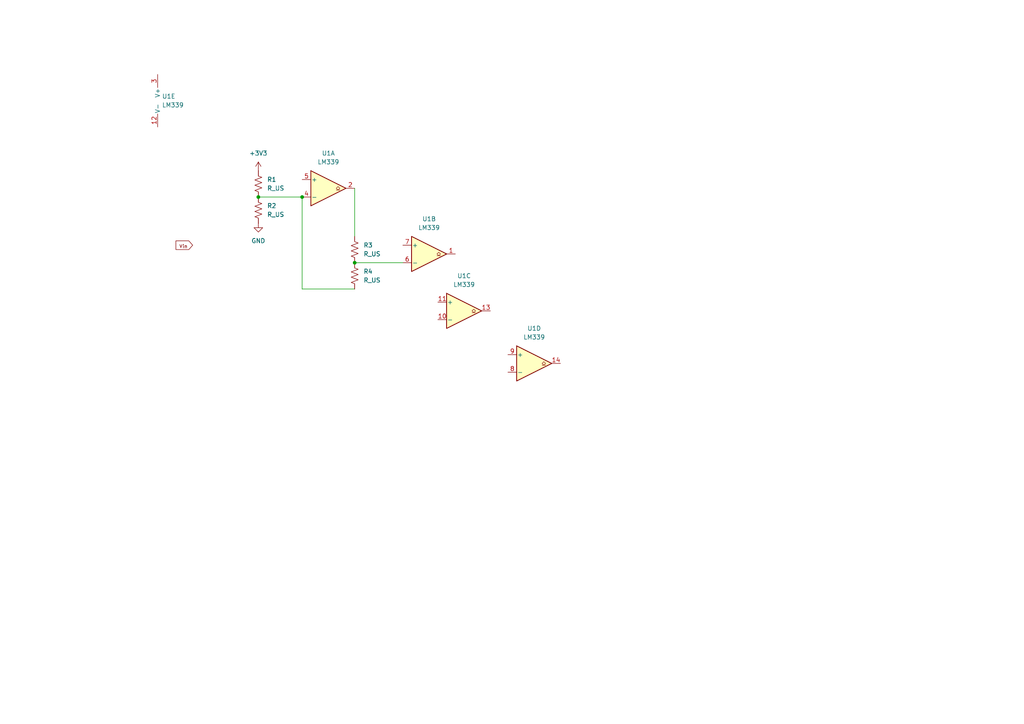
<source format=kicad_sch>
(kicad_sch (version 20250114) (generator "eeschema") (generator_version "9.0")
  (paper "A4")
  (lib_symbols
    (symbol "Comparator:LM339" (pin_names (offset 0.127))
      (property "Reference" "U" (at 0 5.08 0))
      (property "Value" "LM339" (at 0 -5.08 0))
      (symbol "LM339_1_1"
        (polyline (pts (xy -5.08 5.08) (xy 5.08 0) (xy -5.08 -5.08) (xy -5.08 5.08)) (stroke (width 0.254)) (fill (type background)))
        (polyline (pts (xy 3.302 -0.508) (xy 2.794 -0.508) (xy 3.302 0) (xy 2.794 0.508) (xy 2.286 0) (xy 2.794 -0.508) (xy 2.286 -0.508)) (stroke (width 0.127)))
        (pin input line (at -7.62 2.54 0) (length 2.54) (name "+") (number "5"))
        (pin input line (at -7.62 -2.54 0) (length 2.54) (name "-") (number "4"))
        (pin open_collector line (at 7.62 0 180) (length 2.54) (name "~") (number "2"))
      )
      (symbol "LM339_2_1"
        (polyline (pts (xy -5.08 5.08) (xy 5.08 0) (xy -5.08 -5.08) (xy -5.08 5.08)) (stroke (width 0.254)) (fill (type background)))
        (polyline (pts (xy 3.302 -0.508) (xy 2.794 -0.508) (xy 3.302 0) (xy 2.794 0.508) (xy 2.286 0) (xy 2.794 -0.508) (xy 2.286 -0.508)) (stroke (width 0.127)))
        (pin input line (at -7.62 2.54 0) (length 2.54) (name "+") (number "7"))
        (pin input line (at -7.62 -2.54 0) (length 2.54) (name "-") (number "6"))
        (pin open_collector line (at 7.62 0 180) (length 2.54) (name "~") (number "1"))
      )
      (symbol "LM339_3_1"
        (polyline (pts (xy -5.08 5.08) (xy 5.08 0) (xy -5.08 -5.08) (xy -5.08 5.08)) (stroke (width 0.254)) (fill (type background)))
        (polyline (pts (xy 3.302 -0.508) (xy 2.794 -0.508) (xy 3.302 0) (xy 2.794 0.508) (xy 2.286 0) (xy 2.794 -0.508) (xy 2.286 -0.508)) (stroke (width 0.127)))
        (pin input line (at -7.62 2.54 0) (length 2.54) (name "+") (number "11"))
        (pin input line (at -7.62 -2.54 0) (length 2.54) (name "-") (number "10"))
        (pin open_collector line (at 7.62 0 180) (length 2.54) (name "~") (number "13"))
      )
      (symbol "LM339_4_1"
        (polyline (pts (xy -5.08 5.08) (xy 5.08 0) (xy -5.08 -5.08) (xy -5.08 5.08)) (stroke (width 0.254)) (fill (type background)))
        (polyline (pts (xy 3.302 -0.508) (xy 2.794 -0.508) (xy 3.302 0) (xy 2.794 0.508) (xy 2.286 0) (xy 2.794 -0.508) (xy 2.286 -0.508)) (stroke (width 0.127)))
        (pin input line (at -7.62 2.54 0) (length 2.54) (name "+") (number "9"))
        (pin input line (at -7.62 -2.54 0) (length 2.54) (name "-") (number "8"))
        (pin open_collector line (at 7.62 0 180) (length 2.54) (name "~") (number "14"))
      )
      (symbol "LM339_5_1"
        (pin power_in line (at -2.54 7.62 270) (length 3.81) (name "V+") (number "3"))
        (pin power_in line (at -2.54 -7.62 90) (length 3.81) (name "V-") (number "12"))
      )
    )
    (symbol "Device:R_US" (pin_numbers (hide yes)) (pin_names (offset 0))
      (property "Reference" "R" (at 2.54 0 90))
      (property "Value" "R_US" (at -2.54 0 90))
      (symbol "R_US_0_1"
        (polyline (pts (xy 0 2.286) (xy 0 2.54)))
        (polyline (pts (xy 0 2.286) (xy 1.016 1.905) (xy 0 1.524) (xy -1.016 1.143) (xy 0 0.762)))
        (polyline (pts (xy 0 0.762) (xy 1.016 0.381) (xy 0 0) (xy -1.016 -0.381) (xy 0 -0.762)))
        (polyline (pts (xy 0 -0.762) (xy 1.016 -1.143) (xy 0 -1.524) (xy -1.016 -1.905) (xy 0 -2.286)))
        (polyline (pts (xy 0 -2.286) (xy 0 -2.54)))
      )
      (symbol "R_US_1_1"
        (pin passive line (at 0 3.81 270) (length 1.27) (name "~") (number "1"))
        (pin passive line (at 0 -3.81 90) (length 1.27) (name "~") (number "2"))
      )
    )
    (symbol "power:+3V3" (power) (pin_numbers (hide yes)) (pin_names (offset 0) (hide yes))
      (property "Value" "+3V3" (at 0 3.556 0))
      (symbol "+3V3_0_1"
        (polyline (pts (xy -0.762 1.27) (xy 0 2.54)))
        (polyline (pts (xy 0 2.54) (xy 0.762 1.27)))
        (polyline (pts (xy 0 0) (xy 0 2.54)))
      )
      (symbol "+3V3_1_1"
        (pin power_in line (at 0 0 90) (length 0) (name "~") (number "1"))
      )
    )
    (symbol "power:GND" (power) (pin_numbers (hide yes)) (pin_names (offset 0) (hide yes))
      (property "Value" "GND" (at 0 -3.81 0))
      (symbol "GND_0_1"
        (polyline (pts (xy 0 0) (xy 0 -1.27) (xy 1.27 -1.27) (xy 0 -2.54) (xy -1.27 -1.27) (xy 0 -1.27)))
      )
      (symbol "GND_1_1"
        (pin power_in line (at 0 0 270) (length 0) (name "~") (number "1"))
      )
    )
  )
  (junction (at 102.87 76.2))
  (junction (at 74.93 57.15))
  (junction (at 87.63 57.15))
  (wire (pts (xy 74.93 57.15) (xy 87.63 57.15)))
  (wire (pts (xy 87.63 83.82) (xy 102.87 83.82)))
  (wire (pts (xy 87.63 57.15) (xy 87.63 83.82)))
  (wire (pts (xy 102.87 54.61) (xy 102.87 68.58)))
  (wire (pts (xy 102.87 76.2) (xy 116.84 76.2)))
  (global_label "v_{in}" (shape input) (at 55.88 71.12 180) (property "Intersheetrefs" "${INTERSHEET_REFS}" (effects (hide yes))))
  (symbol (lib_id "Comparator:LM339") (at 124.46 73.66 0) (unit 2)
    (property "Reference" "U1" (at 124.46 63.5 0))
    (property "Value" "LM339" (at 124.46 66.04 0))
    (property "Datasheet" "https://www.st.com/resource/en/datasheet/lm139.pdf" (effects (hide yes)))
    (property "Description" "Quad Differential Comparators, SOIC-14/TSSOP-14" (effects (hide yes)))
  )
  (symbol (lib_id "Device:R_US") (at 74.93 53.34 0) (unit 1)
    (property "Reference" "R1" (at 77.47 52.0699 0) (effects (justify left)))
    (property "Value" "R_US" (at 77.47 54.6099 0) (effects (justify left)))
    (property "Description" "Resistor, US symbol" (effects (hide yes)))
  )
  (symbol (lib_id "Comparator:LM339") (at 154.94 105.41 0) (unit 4)
    (property "Reference" "U1" (at 154.94 95.25 0))
    (property "Value" "LM339" (at 154.94 97.79 0))
    (property "Datasheet" "https://www.st.com/resource/en/datasheet/lm139.pdf" (effects (hide yes)))
    (property "Description" "Quad Differential Comparators, SOIC-14/TSSOP-14" (effects (hide yes)))
  )
  (symbol (lib_id "Comparator:LM339") (at 134.62 90.17 0) (unit 3)
    (property "Reference" "U1" (at 134.62 80.01 0))
    (property "Value" "LM339" (at 134.62 82.55 0))
    (property "Datasheet" "https://www.st.com/resource/en/datasheet/lm139.pdf" (effects (hide yes)))
    (property "Description" "Quad Differential Comparators, SOIC-14/TSSOP-14" (effects (hide yes)))
  )
  (symbol (lib_id "Comparator:LM339") (at 48.26 29.21 0) (unit 5)
    (property "Reference" "U1" (at 46.99 27.9399 0) (effects (justify left)))
    (property "Value" "LM339" (at 46.99 30.4799 0) (effects (justify left)))
    (property "Datasheet" "https://www.st.com/resource/en/datasheet/lm139.pdf" (effects (hide yes)))
    (property "Description" "Quad Differential Comparators, SOIC-14/TSSOP-14" (effects (hide yes)))
  )
  (symbol (lib_id "power:+3V3") (at 74.93 49.53 0) (unit 1)
    (property "Reference" "#PWR02" (effects (hide yes)))
    (property "Value" "+3V3" (at 74.93 44.45 0))
    (property "Description" "Power symbol creates a global label with name \"+3V3\"" (effects (hide yes)))
  )
  (symbol (lib_id "Device:R_US") (at 102.87 80.01 0) (unit 1)
    (property "Reference" "R4" (at 105.41 78.7399 0) (effects (justify left)))
    (property "Value" "R_US" (at 105.41 81.2799 0) (effects (justify left)))
    (property "Description" "Resistor, US symbol" (effects (hide yes)))
  )
  (symbol (lib_id "Device:R_US") (at 102.87 72.39 0) (unit 1)
    (property "Reference" "R3" (at 105.41 71.1199 0) (effects (justify left)))
    (property "Value" "R_US" (at 105.41 73.6599 0) (effects (justify left)))
    (property "Description" "Resistor, US symbol" (effects (hide yes)))
  )
  (symbol (lib_id "Comparator:LM339") (at 95.25 54.61 0) (unit 1)
    (property "Reference" "U1" (at 95.25 44.45 0))
    (property "Value" "LM339" (at 95.25 46.99 0))
    (property "Datasheet" "https://www.st.com/resource/en/datasheet/lm139.pdf" (effects (hide yes)))
    (property "Description" "Quad Differential Comparators, SOIC-14/TSSOP-14" (effects (hide yes)))
  )
  (symbol (lib_id "Device:R_US") (at 74.93 60.96 0) (unit 1)
    (property "Reference" "R2" (at 77.47 59.6899 0) (effects (justify left)))
    (property "Value" "R_US" (at 77.47 62.2299 0) (effects (justify left)))
    (property "Description" "Resistor, US symbol" (effects (hide yes)))
  )
  (symbol (lib_id "power:GND") (at 74.93 64.77 0) (unit 1)
    (property "Reference" "#PWR01" (effects (hide yes)))
    (property "Value" "GND" (at 74.93 69.85 0))
    (property "Description" "Power symbol creates a global label with name \"GND\" , ground" (effects (hide yes)))
  )
)
</source>
